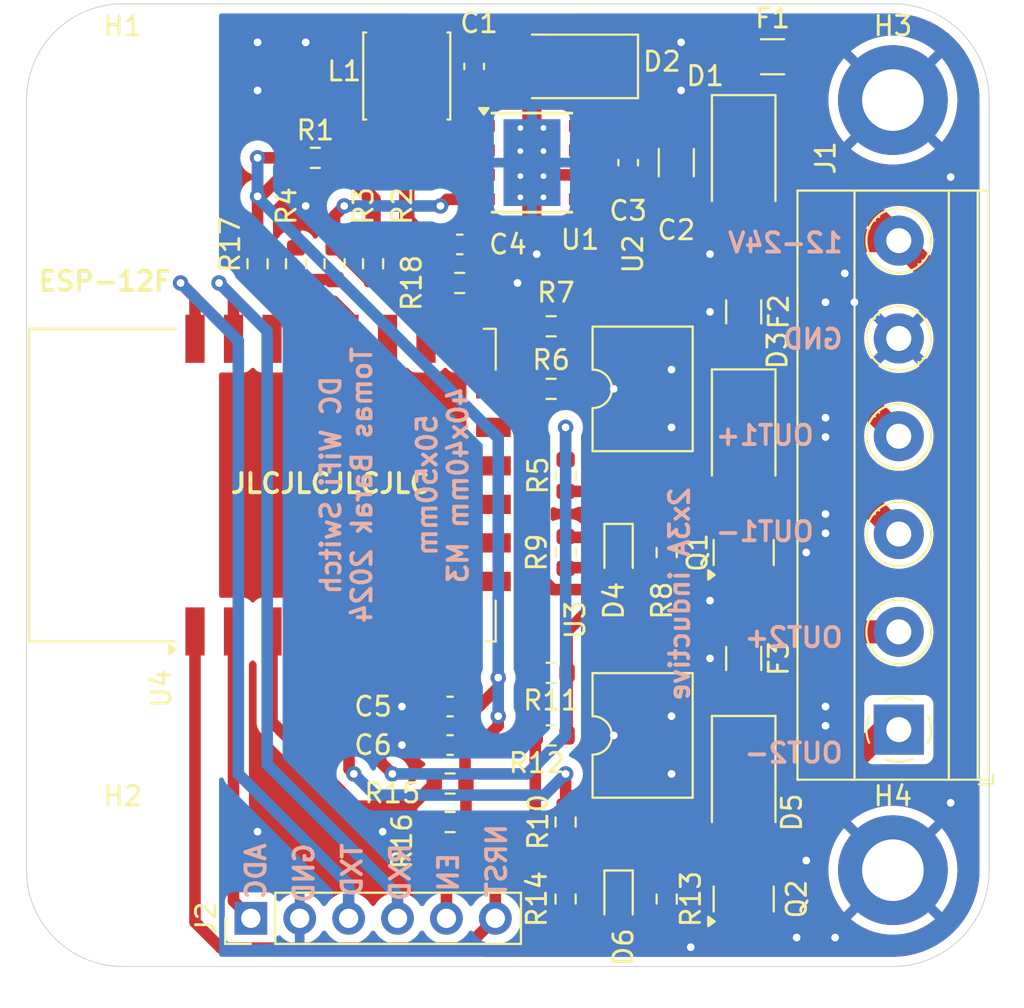
<source format=kicad_pcb>
(kicad_pcb (version 20240108) (generator "pcbnew") (generator_version "8.0")
  (layers (0 "F.Cu" signal) (31 "B.Cu" signal) (34 "B.Paste" user) (35 "F.Paste" user) (36 "B.SilkS" user "B.Silkscreen") (37 "F.SilkS" user "F.Silkscreen") (38 "B.Mask" user) (39 "F.Mask" user) (44 "Edge.Cuts" user))
  (net 0 "")
  (net 1 "Net-(U1-BOOT)")
  (net 2 "Net-(D2-K)")
  (net 3 "GND")
  (net 4 "+3V3")
  (net 5 "Net-(D4-A)")
  (net 6 "Net-(D1-K)")
  (net 7 "TXD")
  (net 8 "EN")
  (net 9 "RXD")
  (net 10 "NRST")
  (net 11 "Net-(Q1-G)")
  (net 12 "Net-(Q2-G)")
  (net 13 "Net-(D6-A)")
  (net 14 "Net-(U1-VSENSE)")
  (net 15 "Net-(R3-Pad1)")
  (net 16 "Net-(R6-Pad1)")
  (net 17 "Net-(R5-Pad1)")
  (net 18 "CTRL1")
  (net 19 "Net-(R10-Pad1)")
  (net 20 "CTRL2")
  (net 21 "Net-(R11-Pad1)")
  (net 22 "Net-(U4-GPIO0)")
  (net 23 "Net-(U4-GPIO15)")
  (net 35 "Net-(C4-Pad1)")
  (net 36 "PWR_INPUT")
  (net 37 "OUT1_N")
  (net 38 "OUT1_P")
  (net 39 "OUT2_N")
  (net 40 "OUT2_P")
  (net 44 "ADC")
  (footprint "Diode_SMD:D_0603_1608Metric" (layer "F.Cu") (at 120.75 68.5 -90)
    (property "Reference" "D4" (at 2.5 0.25 90) (layer "F.SilkS"))
    (property "Value" "RED")
    (pad "1" smd roundrect (at -0.7875 0 270) (size 0.875 0.95) (layers "F.Cu" "F.Paste" "F.Mask") (net 3 "GND"))
    (pad "2" smd roundrect (at 0.7875 0 270) (size 0.875 0.95) (layers "F.Cu" "F.Paste" "F.Mask") (net 5 "Net-(D4-A)"))
  )
  (footprint "Resistor_SMD:R_0603_1608Metric" (layer "F.Cu") (at 102 53.5 90)
    (property "Reference" "R17" (at 1 -1.43 90) (layer "F.SilkS"))
    (property "Value" "10k")
    (pad "1" smd roundrect (at -0.825 0 90) (size 0.8 0.95) (layers "F.Cu" "F.Paste" "F.Mask") (net 22 "Net-(U4-GPIO0)"))
    (pad "2" smd roundrect (at 0.825 0 90) (size 0.8 0.95) (layers "F.Cu" "F.Paste" "F.Mask") (net 4 "+3V3"))
  )
  (footprint "MountingHole:MountingHole_3.2mm_M3_ISO7380_Pad" (layer "F.Cu") (at 135 45)
    (property "Reference" "H3" (at 0 -3.85 0) (layer "F.SilkS"))
    (property "Value" "MH")
    (pad "1" thru_hole circle (at 0 0) (size 5.7 5.7) (drill 3.2) (layers "*.Cu" "*.Mask") (net 3 "GND"))
  )
  (footprint "MountingHole:MountingHole_3.2mm_M3_ISO7380_Pad" (layer "F.Cu") (at 135 85)
    (property "Reference" "H4" (at 0 -3.85 0) (layer "F.SilkS"))
    (property "Value" "MH")
    (pad "1" thru_hole circle (at 0 0) (size 5.7 5.7) (drill 3.2) (layers "*.Cu" "*.Mask") (net 3 "GND"))
  )
  (footprint "Package_SO:TI_SO-PowerPAD-8_ThermalVias" (layer "F.Cu") (at 116.25 48.25)
    (property "Reference" "U1" (at 2.5 4 0) (layer "F.SilkS"))
    (property "Value" "TPS5430DDA")
    (pad "1" smd rect (at -2.7 -1.905) (size 1.55 0.6) (layers "F.Cu" "F.Paste" "F.Mask") (net 1 "Net-(U1-BOOT)"))
    (pad "2" smd rect (at -2.7 -0.635) (size 1.55 0.6) (layers "F.Cu" "F.Paste" "F.Mask"))
    (pad "3" smd rect (at -2.7 0.635) (size 1.55 0.6) (layers "F.Cu" "F.Paste" "F.Mask"))
    (pad "4" smd rect (at -2.7 1.905) (size 1.55 0.6) (layers "F.Cu" "F.Paste" "F.Mask") (net 14 "Net-(U1-VSENSE)"))
    (pad "5" smd rect (at 2.7 1.905) (size 1.55 0.6) (layers "F.Cu" "F.Paste" "F.Mask"))
    (pad "6" smd rect (at 2.7 0.635) (size 1.55 0.6) (layers "F.Cu" "F.Paste" "F.Mask") (net 3 "GND"))
    (pad "7" smd rect (at 2.7 -0.635) (size 1.55 0.6) (layers "F.Cu" "F.Paste" "F.Mask") (net 6 "Net-(D1-K)"))
    (pad "8" smd rect (at 2.7 -1.905) (size 1.55 0.6) (layers "F.Cu" "F.Paste" "F.Mask") (net 2 "Net-(D2-K)"))
    (pad "9" thru_hole circle (at -0.6 -1.8) (size 0.6 0.6) (drill 0.3) (layers "*.Cu") (net 3 "GND"))
    (pad "9" thru_hole circle (at -0.6 -0.6) (size 0.6 0.6) (drill 0.3) (layers "*.Cu") (net 3 "GND"))
    (pad "9" thru_hole circle (at -0.6 0.7) (size 0.6 0.6) (drill 0.3) (layers "*.Cu") (net 3 "GND"))
    (pad "9" thru_hole circle (at -0.6 1.8) (size 0.6 0.6) (drill 0.3) (layers "*.Cu") (net 3 "GND"))
    (pad "9" smd rect (at 0 0) (size 2.6 3.1) (layers "F.Cu" "F.Paste" "F.Mask") (net 3 "GND"))
    (pad "9" smd rect (at 0 0) (size 2.95 4.5) (layers "F.Cu") (net 3 "GND"))
    (pad "9" smd rect (at 0 0) (size 2.95 4.5) (layers "B.Cu") (net 3 "GND"))
    (pad "9" thru_hole circle (at 0.6 -1.8) (size 0.6 0.6) (drill 0.3) (layers "*.Cu") (net 3 "GND"))
    (pad "9" thru_hole circle (at 0.6 -0.6) (size 0.6 0.6) (drill 0.3) (layers "*.Cu") (net 3 "GND"))
    (pad "9" thru_hole circle (at 0.6 0.7) (size 0.6 0.6) (drill 0.3) (layers "*.Cu") (net 3 "GND"))
    (pad "9" thru_hole circle (at 0.6 1.8) (size 0.6 0.6) (drill 0.3) (layers "*.Cu") (net 3 "GND"))
  )
  (footprint "Resistor_SMD:R_0603_1608Metric" (layer "F.Cu") (at 123.25 68.5 90)
    (property "Reference" "R8" (at -2.5 -0.25 -90) (layer "F.SilkS"))
    (property "Value" "820R")
    (pad "1" smd roundrect (at -0.825 0 90) (size 0.8 0.95) (layers "F.Cu" "F.Paste" "F.Mask") (net 11 "Net-(Q1-G)"))
    (pad "2" smd roundrect (at 0.825 0 90) (size 0.8 0.95) (layers "F.Cu" "F.Paste" "F.Mask") (net 5 "Net-(D4-A)"))
  )
  (footprint "MountingHole:MountingHole_3.2mm_M3_ISO7380" (layer "F.Cu") (at 95 45)
    (property "Reference" "H1" (at 0 -3.85 0) (layer "F.SilkS"))
    (property "Value" "MH")
    (pad "" np_thru_hole circle (at 0 0) (size 3.2 3.2) (drill 3.2) (layers "*.Cu" "*.Mask"))
  )
  (footprint "Inductor_SMD:L_Sunlord_SWPA4030S" (layer "F.Cu") (at 109.75 43.75 -90)
    (property "Reference" "L1" (at -0.25 3.25 180) (layer "F.SilkS"))
    (property "Value" "22uH")
    (pad "1" smd rect (at -1.5 0 270) (size 1.1 3.7) (layers "F.Cu" "F.Paste" "F.Mask") (net 2 "Net-(D2-K)"))
    (pad "2" smd rect (at 1.5 0 270) (size 1.1 3.7) (layers "F.Cu" "F.Paste" "F.Mask") (net 35 "Net-(C4-Pad1)"))
  )
  (footprint "Diode_SMD:D_0603_1608Metric" (layer "F.Cu") (at 120.75 86.5 -90)
    (property "Reference" "D6" (at 2.5 -0.25 90) (layer "F.SilkS"))
    (property "Value" "RED")
    (pad "1" smd roundrect (at -0.7875 0 270) (size 0.875 0.95) (layers "F.Cu" "F.Paste" "F.Mask") (net 3 "GND"))
    (pad "2" smd roundrect (at 0.7875 0 270) (size 0.875 0.95) (layers "F.Cu" "F.Paste" "F.Mask") (net 13 "Net-(D6-A)"))
  )
  (footprint "Diode_SMD:D_SMA" (layer "F.Cu") (at 127.25 80.5 -90)
    (property "Reference" "D5" (at 1.5 -2.5 90) (layer "F.SilkS"))
    (property "Value" "SS34")
    (pad "1" smd roundrect (at -2 0 270) (size 2.5 1.8) (layers "F.Cu" "F.Paste" "F.Mask") (roundrect_rratio 0.1388888889) (net 40 "OUT2_P"))
    (pad "2" smd roundrect (at 2 0 270) (size 2.5 1.8) (layers "F.Cu" "F.Paste" "F.Mask") (roundrect_rratio 0.1388888889) (net 39 "OUT2_N"))
  )
  (footprint "Package_DIP:SMDIP-4_W9.53mm" (layer "F.Cu") (at 122 78 90)
    (property "Reference" "U3" (at 6 -3.5 90) (layer "F.SilkS"))
    (property "Value" "EL817")
    (pad "1" smd rect (at -4.765 -1.27 90) (size 2 1.78) (layers "F.Cu" "F.Paste" "F.Mask") (net 19 "Net-(R10-Pad1)"))
    (pad "2" smd rect (at -4.765 1.27 90) (size 2 1.78) (layers "F.Cu" "F.Paste" "F.Mask") (net 3 "GND"))
    (pad "3" smd rect (at 4.765 1.27 90) (size 2 1.78) (layers "F.Cu" "F.Paste" "F.Mask") (net 21 "Net-(R11-Pad1)"))
    (pad "4" smd rect (at 4.765 -1.27 90) (size 2 1.78) (layers "F.Cu" "F.Paste" "F.Mask") (net 40 "OUT2_P"))
  )
  (footprint "MountingHole:MountingHole_3.2mm_M3_ISO7380" (layer "F.Cu") (at 95 85)
    (property "Reference" "H2" (at 0 -3.85 0) (layer "F.SilkS"))
    (property "Value" "MH")
    (pad "" np_thru_hole circle (at 0 0) (size 3.2 3.2) (drill 3.2) (layers "*.Cu" "*.Mask"))
  )
  (footprint "Resistor_SMD:R_0603_1608Metric" (layer "F.Cu") (at 118 68.5 -90)
    (property "Reference" "R9" (at 0 1.5 90) (layer "F.SilkS"))
    (property "Value" "5k6")
    (pad "1" smd roundrect (at -0.825 0 270) (size 0.8 0.95) (layers "F.Cu" "F.Paste" "F.Mask") (net 3 "GND"))
    (pad "2" smd roundrect (at 0.825 0 270) (size 0.8 0.95) (layers "F.Cu" "F.Paste" "F.Mask") (net 5 "Net-(D4-A)"))
  )
  (footprint "Fuse:Fuse_1206_3216Metric" (layer "F.Cu") (at 127.25 74 -90)
    (property "Reference" "F3" (at 0 -1.82 90) (layer "F.SilkS"))
    (property "Value" "Fuse")
    (pad "1" smd roundrect (at -1.4 0 270) (size 1.25 1.75) (layers "F.Cu" "F.Paste" "F.Mask") (roundrect_rratio 0.2) (net 36 "PWR_INPUT"))
    (pad "2" smd roundrect (at 1.4 0 270) (size 1.25 1.75) (layers "F.Cu" "F.Paste" "F.Mask") (roundrect_rratio 0.2) (net 40 "OUT2_P"))
  )
  (footprint "TerminalBlock_Phoenix:TerminalBlock_Phoenix_MKDS-1,5-6-5.08_1x06_P5.08mm_Horizontal" (layer "F.Cu") (at 135.305 77.7 90)
    (property "Reference" "J1" (at 29.7 -3.805 90) (layer "F.SilkS"))
    (property "Value" "Screw_Terminal_01x06")
    (pad "1" thru_hole rect (at 0 0 90) (size 2.6 2.6) (drill 1.3) (layers "*.Cu" "*.Mask") (net 39 "OUT2_N"))
    (pad "2" thru_hole circle (at 5.08 0 90) (size 2.6 2.6) (drill 1.3) (layers "*.Cu" "*.Mask") (net 40 "OUT2_P"))
    (pad "3" thru_hole circle (at 10.16 0 90) (size 2.6 2.6) (drill 1.3) (layers "*.Cu" "*.Mask") (net 37 "OUT1_N"))
    (pad "4" thru_hole circle (at 15.24 0 90) (size 2.6 2.6) (drill 1.3) (layers "*.Cu" "*.Mask") (net 38 "OUT1_P"))
    (pad "5" thru_hole circle (at 20.32 0 90) (size 2.6 2.6) (drill 1.3) (layers "*.Cu" "*.Mask") (net 3 "GND"))
    (pad "6" thru_hole circle (at 25.4 0 90) (size 2.6 2.6) (drill 1.3) (layers "*.Cu" "*.Mask") (net 36 "PWR_INPUT"))
  )
  (footprint "Resistor_SMD:R_0603_1608Metric" (layer "F.Cu") (at 117.25 60 180)
    (property "Reference" "R6" (at 0 1.5 0) (layer "F.SilkS"))
    (property "Value" "2k7")
    (pad "1" smd roundrect (at -0.825 0 180) (size 0.8 0.95) (layers "F.Cu" "F.Paste" "F.Mask") (net 16 "Net-(R6-Pad1)"))
    (pad "2" smd roundrect (at 0.825 0 180) (size 0.8 0.95) (layers "F.Cu" "F.Paste" "F.Mask") (net 11 "Net-(Q1-G)"))
  )
  (footprint "Resistor_SMD:R_0603_1608Metric" (layer "F.Cu") (at 118 82.5 90)
    (property "Reference" "R10" (at 0 -1.43 90) (layer "F.SilkS"))
    (property "Value" "120R")
    (pad "1" smd roundrect (at -0.825 0 90) (size 0.8 0.95) (layers "F.Cu" "F.Paste" "F.Mask") (net 19 "Net-(R10-Pad1)"))
    (pad "2" smd roundrect (at 0.825 0 90) (size 0.8 0.95) (layers "F.Cu" "F.Paste" "F.Mask") (net 20 "CTRL2"))
  )
  (footprint "RF_Module:ESP-12E" (layer "F.Cu") (at 102.25 65 90)
    (property "Reference" "U4" (at -10.56 -5.26 90) (layer "F.SilkS"))
    (property "Value" "ESP-12F")
    (pad "1" smd rect (at -7.6 -3.5 90) (size 2.5 1) (layers "F.Cu" "F.Paste" "F.Mask") (net 10 "NRST"))
    (pad "2" smd rect (at -7.6 -1.5 90) (size 2.5 1) (layers "F.Cu" "F.Paste" "F.Mask") (net 44 "ADC"))
    (pad "3" smd rect (at -7.6 0.5 90) (size 2.5 1) (layers "F.Cu" "F.Paste" "F.Mask") (net 8 "EN"))
    (pad "4" smd rect (at -7.6 2.5 90) (size 2.5 1) (layers "F.Cu" "F.Paste" "F.Mask"))
    (pad "5" smd rect (at -7.6 4.5 90) (size 2.5 1) (layers "F.Cu" "F.Paste" "F.Mask") (net 20 "CTRL2"))
    (pad "6" smd rect (at -7.6 6.5 90) (size 2.5 1) (layers "F.Cu" "F.Paste" "F.Mask") (net 18 "CTRL1"))
    (pad "7" smd rect (at -7.6 8.5 90) (size 2.5 1) (layers "F.Cu" "F.Paste" "F.Mask"))
    (pad "8" smd rect (at -7.6 10.5 90) (size 2.5 1) (layers "F.Cu" "F.Paste" "F.Mask") (net 4 "+3V3"))
    (pad "9" smd rect (at -5 12 90) (size 1 1.8) (layers "F.Cu" "F.Paste" "F.Mask"))
    (pad "10" smd rect (at -3 12 90) (size 1 1.8) (layers "F.Cu" "F.Paste" "F.Mask"))
    (pad "11" smd rect (at -1 12 90) (size 1 1.8) (layers "F.Cu" "F.Paste" "F.Mask"))
    (pad "12" smd rect (at 1 12 90) (size 1 1.8) (layers "F.Cu" "F.Paste" "F.Mask"))
    (pad "13" smd rect (at 3 12 90) (size 1 1.8) (layers "F.Cu" "F.Paste" "F.Mask"))
    (pad "14" smd rect (at 5 12 90) (size 1 1.8) (layers "F.Cu" "F.Paste" "F.Mask"))
    (pad "15" smd rect (at 7.6 10.5 90) (size 2.5 1) (layers "F.Cu" "F.Paste" "F.Mask") (net 3 "GND"))
    (pad "16" smd rect (at 7.6 8.5 90) (size 2.5 1) (layers "F.Cu" "F.Paste" "F.Mask") (net 23 "Net-(U4-GPIO15)"))
    (pad "17" smd rect (at 7.6 6.5 90) (size 2.5 1) (layers "F.Cu" "F.Paste" "F.Mask"))
    (pad "18" smd rect (at 7.6 4.5 90) (size 2.5 1) (layers "F.Cu" "F.Paste" "F.Mask") (net 22 "Net-(U4-GPIO0)"))
    (pad "19" smd rect (at 7.6 2.5 90) (size 2.5 1) (layers "F.Cu" "F.Paste" "F.Mask"))
    (pad "20" smd rect (at 7.6 0.5 90) (size 2.5 1) (layers "F.Cu" "F.Paste" "F.Mask"))
    (pad "21" smd rect (at 7.6 -1.5 90) (size 2.5 1) (layers "F.Cu" "F.Paste" "F.Mask") (net 9 "RXD"))
    (pad "22" smd rect (at 7.6 -3.5 90) (size 2.5 1) (layers "F.Cu" "F.Paste" "F.Mask") (net 7 "TXD"))
    (zone (net 0) (net_name "") (layers "*.Cu") (connect_pads (clearance 0)) (min_thickness 0.254)
      (keepout (tracks not_allowed) (vias not_allowed) (pads not_allowed) (copperpour not_allowed) (footprints not_allowed))
      (fill (thermal_gap 0.508) (thermal_bridge_width 0.508))
      (polygon (pts (xy 97.45 73.12) (xy 97.45 56.88) (xy 90.13 56.88) (xy 90.13 73.12)))
    )
  )
  (footprint "Capacitor_SMD:C_0603_1608Metric" (layer "F.Cu") (at 113.25 43.25 90)
    (property "Reference" "C1" (at 2.25 0.25 180) (layer "F.SilkS"))
    (property "Value" "10nF")
    (pad "1" smd roundrect (at -0.775 0 90) (size 0.9 0.95) (layers "F.Cu" "F.Paste" "F.Mask") (net 1 "Net-(U1-BOOT)"))
    (pad "2" smd roundrect (at 0.775 0 90) (size 0.9 0.95) (layers "F.Cu" "F.Paste" "F.Mask") (net 2 "Net-(D2-K)"))
  )
  (footprint "Resistor_SMD:R_0603_1608Metric" (layer "F.Cu") (at 117.25 56.75 180)
    (property "Reference" "R7" (at -0.25 1.75 0) (layer "F.SilkS"))
    (property "Value" "2k7")
    (pad "1" smd roundrect (at -0.825 0 180) (size 0.8 0.95) (layers "F.Cu" "F.Paste" "F.Mask") (net 16 "Net-(R6-Pad1)"))
    (pad "2" smd roundrect (at 0.825 0 180) (size 0.8 0.95) (layers "F.Cu" "F.Paste" "F.Mask") (net 11 "Net-(Q1-G)"))
  )
  (footprint "Diode_SMD:D_SMA" (layer "F.Cu") (at 118.25 43.25 180)
    (property "Reference" "D2" (at -4.75 0.25 0) (layer "F.SilkS"))
    (property "Value" "SS34")
    (pad "1" smd roundrect (at -2 0 180) (size 2.5 1.8) (layers "F.Cu" "F.Paste" "F.Mask") (roundrect_rratio 0.1388888889) (net 2 "Net-(D2-K)"))
    (pad "2" smd roundrect (at 2 0 180) (size 2.5 1.8) (layers "F.Cu" "F.Paste" "F.Mask") (roundrect_rratio 0.1388888889) (net 3 "GND"))
  )
  (footprint "Fuse:Fuse_1206_3216Metric" (layer "F.Cu") (at 128.75 42.75 180)
    (property "Reference" "F1" (at 0 2 0) (layer "F.SilkS"))
    (property "Value" "Fuse")
    (pad "1" smd roundrect (at -1.4 0 180) (size 1.25 1.75) (layers "F.Cu" "F.Paste" "F.Mask") (roundrect_rratio 0.2) (net 36 "PWR_INPUT"))
    (pad "2" smd roundrect (at 1.4 0 180) (size 1.25 1.75) (layers "F.Cu" "F.Paste" "F.Mask") (roundrect_rratio 0.2) (net 6 "Net-(D1-K)"))
  )
  (footprint "Resistor_SMD:R_0603_1608Metric" (layer "F.Cu") (at 105 48)
    (property "Reference" "R1" (at 0 -1.43 0) (layer "F.SilkS"))
    (property "Value" "0R")
    (pad "1" smd roundrect (at -0.825 0) (size 0.8 0.95) (layers "F.Cu" "F.Paste" "F.Mask") (net 4 "+3V3"))
    (pad "2" smd roundrect (at 0.825 0) (size 0.8 0.95) (layers "F.Cu" "F.Paste" "F.Mask") (net 35 "Net-(C4-Pad1)"))
  )
  (footprint "Resistor_SMD:R_0603_1608Metric" (layer "F.Cu") (at 118 86.5 -90)
    (property "Reference" "R14" (at 0 1.5 90) (layer "F.SilkS"))
    (property "Value" "5k6")
    (pad "1" smd roundrect (at -0.825 0 270) (size 0.8 0.95) (layers "F.Cu" "F.Paste" "F.Mask") (net 3 "GND"))
    (pad "2" smd roundrect (at 0.825 0 270) (size 0.8 0.95) (layers "F.Cu" "F.Paste" "F.Mask") (net 13 "Net-(D6-A)"))
  )
  (footprint "Resistor_SMD:R_0603_1608Metric" (layer "F.Cu") (at 112 82.5)
    (property "Reference" "R16" (at -2.5 1 90) (layer "F.SilkS"))
    (property "Value" "10k")
    (pad "1" smd roundrect (at -0.825 0) (size 0.8 0.95) (layers "F.Cu" "F.Paste" "F.Mask") (net 10 "NRST"))
    (pad "2" smd roundrect (at 0.825 0) (size 0.8 0.95) (layers "F.Cu" "F.Paste" "F.Mask") (net 4 "+3V3"))
  )
  (footprint "Package_DIP:SMDIP-4_W9.53mm" (layer "F.Cu") (at 122 60 90)
    (property "Reference" "U2" (at 7 -0.5 90) (layer "F.SilkS"))
    (property "Value" "EL817")
    (pad "1" smd rect (at -4.765 -1.27 90) (size 2 1.78) (layers "F.Cu" "F.Paste" "F.Mask") (net 17 "Net-(R5-Pad1)"))
    (pad "2" smd rect (at -4.765 1.27 90) (size 2 1.78) (layers "F.Cu" "F.Paste" "F.Mask") (net 3 "GND"))
    (pad "3" smd rect (at 4.765 1.27 90) (size 2 1.78) (layers "F.Cu" "F.Paste" "F.Mask") (net 16 "Net-(R6-Pad1)"))
    (pad "4" smd rect (at 4.765 -1.27 90) (size 2 1.78) (layers "F.Cu" "F.Paste" "F.Mask") (net 38 "OUT1_P"))
  )
  (footprint "Resistor_SMD:R_0603_1608Metric" (layer "F.Cu") (at 112 80.5)
    (property "Reference" "R15" (at -3 0.5 0) (layer "F.SilkS"))
    (property "Value" "10k")
    (pad "1" smd roundrect (at -0.825 0) (size 0.8 0.95) (layers "F.Cu" "F.Paste" "F.Mask") (net 8 "EN"))
    (pad "2" smd roundrect (at 0.825 0) (size 0.8 0.95) (layers "F.Cu" "F.Paste" "F.Mask") (net 4 "+3V3"))
  )
  (footprint "Resistor_SMD:R_0603_1608Metric" (layer "F.Cu") (at 106 53.5 90)
    (property "Reference" "R3" (at 3 1.5 90) (layer "F.SilkS"))
    (property "Value" "5k6")
    (pad "1" smd roundrect (at -0.825 0 90) (size 0.8 0.95) (layers "F.Cu" "F.Paste" "F.Mask") (net 15 "Net-(R3-Pad1)"))
    (pad "2" smd roundrect (at 0.825 0 90) (size 0.8 0.95) (layers "F.Cu" "F.Paste" "F.Mask") (net 14 "Net-(U1-VSENSE)"))
  )
  (footprint "Resistor_SMD:R_0603_1608Metric" (layer "F.Cu") (at 118 64.5 90)
    (property "Reference" "R5" (at 0 -1.43 90) (layer "F.SilkS"))
    (property "Value" "120R")
    (pad "1" smd roundrect (at -0.825 0 90) (size 0.8 0.95) (layers "F.Cu" "F.Paste" "F.Mask") (net 17 "Net-(R5-Pad1)"))
    (pad "2" smd roundrect (at 0.825 0 90) (size 0.8 0.95) (layers "F.Cu" "F.Paste" "F.Mask") (net 18 "CTRL1"))
  )
  (footprint "Package_TO_SOT_SMD:SOT-23" (layer "F.Cu") (at 127.25 86.5 90)
    (property "Reference" "Q2" (at 0 2.75 90) (layer "F.SilkS"))
    (property "Value" "AO3400A")
    (pad "1" smd roundrect (at -0.9375 -0.95 90) (size 1.475 0.6) (layers "F.Cu" "F.Paste" "F.Mask") (net 12 "Net-(Q2-G)"))
    (pad "2" smd roundrect (at -0.9375 0.95 90) (size 1.475 0.6) (layers "F.Cu" "F.Paste" "F.Mask") (net 3 "GND"))
    (pad "3" smd roundrect (at 0.9375 0 90) (size 1.475 0.6) (layers "F.Cu" "F.Paste" "F.Mask") (net 39 "OUT2_N"))
  )
  (footprint "Resistor_SMD:R_0603_1608Metric" (layer "F.Cu") (at 108 53.5 90)
    (property "Reference" "R2" (at 3 1.5 90) (layer "F.SilkS"))
    (property "Value" "10k")
    (pad "1" smd roundrect (at -0.825 0 90) (size 0.8 0.95) (layers "F.Cu" "F.Paste" "F.Mask") (net 14 "Net-(U1-VSENSE)"))
    (pad "2" smd roundrect (at 0.825 0 90) (size 0.8 0.95) (layers "F.Cu" "F.Paste" "F.Mask") (net 35 "Net-(C4-Pad1)"))
  )
  (footprint "Connector_PinHeader_2.54mm:PinHeader_1x06_P2.54mm_Vertical" (layer "F.Cu") (at 101.65 87.5 90)
    (property "Reference" "J2" (at 0 -2.33 90) (layer "F.SilkS"))
    (property "Value" "Conn_01x06")
    (pad "1" thru_hole rect (at 0 0 90) (size 1.7 1.7) (drill 1) (layers "*.Cu" "*.Mask") (net 44 "ADC"))
    (pad "2" thru_hole oval (at 0 2.54 90) (size 1.7 1.7) (drill 1) (layers "*.Cu" "*.Mask") (net 3 "GND"))
    (pad "3" thru_hole oval (at 0 5.08 90) (size 1.7 1.7) (drill 1) (layers "*.Cu" "*.Mask") (net 7 "TXD"))
    (pad "4" thru_hole oval (at 0 7.62 90) (size 1.7 1.7) (drill 1) (layers "*.Cu" "*.Mask") (net 9 "RXD"))
    (pad "5" thru_hole oval (at 0 10.16 90) (size 1.7 1.7) (drill 1) (layers "*.Cu" "*.Mask") (net 8 "EN"))
    (pad "6" thru_hole oval (at 0 12.7 90) (size 1.7 1.7) (drill 1) (layers "*.Cu" "*.Mask") (net 10 "NRST"))
  )
  (footprint "Capacitor_SMD:C_0603_1608Metric" (layer "F.Cu") (at 121.25 48.25 -90)
    (property "Reference" "C3" (at 2.5 0 180) (layer "F.SilkS"))
    (property "Value" "100nF")
    (pad "1" smd roundrect (at -0.775 0 270) (size 0.9 0.95) (layers "F.Cu" "F.Paste" "F.Mask") (net 6 "Net-(D1-K)"))
    (pad "2" smd roundrect (at 0.775 0 270) (size 0.9 0.95) (layers "F.Cu" "F.Paste" "F.Mask") (net 3 "GND"))
  )
  (footprint "Capacitor_SMD:C_0603_1608Metric" (layer "F.Cu") (at 112.5 52.5)
    (property "Reference" "C4" (at 2.5 0 0) (layer "F.SilkS"))
    (property "Value" "22uF")
    (pad "1" smd roundrect (at -0.775 0) (size 0.9 0.95) (layers "F.Cu" "F.Paste" "F.Mask") (net 35 "Net-(C4-Pad1)"))
    (pad "2" smd roundrect (at 0.775 0) (size 0.9 0.95) (layers "F.Cu" "F.Paste" "F.Mask") (net 3 "GND"))
  )
  (footprint "Resistor_SMD:R_0603_1608Metric" (layer "F.Cu") (at 123.25 86.5 90)
    (property "Reference" "R13" (at 0 1.25 90) (layer "F.SilkS"))
    (property "Value" "820R")
    (pad "1" smd roundrect (at -0.825 0 90) (size 0.8 0.95) (layers "F.Cu" "F.Paste" "F.Mask") (net 12 "Net-(Q2-G)"))
    (pad "2" smd roundrect (at 0.825 0 90) (size 0.8 0.95) (layers "F.Cu" "F.Paste" "F.Mask") (net 13 "Net-(D6-A)"))
  )
  (footprint "Diode_SMD:D_SMA" (layer "F.Cu") (at 127.25 62.5 -90)
    (property "Reference" "D3" (at -4.5 -1.75 90) (layer "F.SilkS"))
    (property "Value" "SS34")
    (pad "1" smd roundrect (at -2 0 270) (size 2.5 1.8) (layers "F.Cu" "F.Paste" "F.Mask") (roundrect_rratio 0.1388888889) (net 38 "OUT1_P"))
    (pad "2" smd roundrect (at 2 0 270) (size 2.5 1.8) (layers "F.Cu" "F.Paste" "F.Mask") (roundrect_rratio 0.1388888889) (net 37 "OUT1_N"))
  )
  (footprint "Package_TO_SOT_SMD:SOT-23" (layer "F.Cu") (at 127.25 68.5 90)
    (property "Reference" "Q1" (at 0 -2.4 90) (layer "F.SilkS"))
    (property "Value" "AO3400A")
    (pad "1" smd roundrect (at -0.9375 -0.95 90) (size 1.475 0.6) (layers "F.Cu" "F.Paste" "F.Mask") (net 11 "Net-(Q1-G)"))
    (pad "2" smd roundrect (at -0.9375 0.95 90) (size 1.475 0.6) (layers "F.Cu" "F.Paste" "F.Mask") (net 3 "GND"))
    (pad "3" smd roundrect (at 0.9375 0 90) (size 1.475 0.6) (layers "F.Cu" "F.Paste" "F.Mask") (net 37 "OUT1_N"))
  )
  (footprint "Diode_SMD:D_SMA" (layer "F.Cu") (at 127.25 48.25 -90)
    (property "Reference" "D1" (at -4.5 2 180) (layer "F.SilkS"))
    (property "Value" "SS34")
    (pad "1" smd roundrect (at -2 0 270) (size 2.5 1.8) (layers "F.Cu" "F.Paste" "F.Mask") (roundrect_rratio 0.1388888889) (net 6 "Net-(D1-K)"))
    (pad "2" smd roundrect (at 2 0 270) (size 2.5 1.8) (layers "F.Cu" "F.Paste" "F.Mask") (roundrect_rratio 0.1388888889) (net 3 "GND"))
  )
  (footprint "Capacitor_SMD:C_0603_1608Metric" (layer "F.Cu") (at 112 78.5)
    (property "Reference" "C6" (at -4 0 0) (layer "F.SilkS"))
    (property "Value" "22uF")
    (pad "1" smd roundrect (at -0.775 0) (size 0.9 0.95) (layers "F.Cu" "F.Paste" "F.Mask") (net 3 "GND"))
    (pad "2" smd roundrect (at 0.775 0) (size 0.9 0.95) (layers "F.Cu" "F.Paste" "F.Mask") (net 4 "+3V3"))
  )
  (footprint "Capacitor_SMD:C_1206_3216Metric" (layer "F.Cu") (at 123.75 48.25 -90)
    (property "Reference" "C2" (at 3.5 0 180) (layer "F.SilkS"))
    (property "Value" "10uF")
    (pad "1" smd roundrect (at -1.475 0 270) (size 1.15 1.8) (layers "F.Cu" "F.Paste" "F.Mask") (roundrect_rratio 0.217391) (net 6 "Net-(D1-K)"))
    (pad "2" smd roundrect (at 1.475 0 270) (size 1.15 1.8) (layers "F.Cu" "F.Paste" "F.Mask") (roundrect_rratio 0.217391) (net 3 "GND"))
  )
  (footprint "Resistor_SMD:R_0603_1608Metric" (layer "F.Cu") (at 117.25 78 180)
    (property "Reference" "R12" (at 0.75 -1.43 0) (layer "F.SilkS"))
    (property "Value" "2k7")
    (pad "1" smd roundrect (at -0.825 0 180) (size 0.8 0.95) (layers "F.Cu" "F.Paste" "F.Mask") (net 21 "Net-(R11-Pad1)"))
    (pad "2" smd roundrect (at 0.825 0 180) (size 0.8 0.95) (layers "F.Cu" "F.Paste" "F.Mask") (net 12 "Net-(Q2-G)"))
  )
  (footprint "Fuse:Fuse_1206_3216Metric" (layer "F.Cu") (at 127.25 56 -90)
    (property "Reference" "F2" (at 0 -1.82 90) (layer "F.SilkS"))
    (property "Value" "Fuse")
    (pad "1" smd roundrect (at -1.4 0 270) (size 1.25 1.75) (layers "F.Cu" "F.Paste" "F.Mask") (roundrect_rratio 0.2) (net 36 "PWR_INPUT"))
    (pad "2" smd roundrect (at 1.4 0 270) (size 1.25 1.75) (layers "F.Cu" "F.Paste" "F.Mask") (roundrect_rratio 0.2) (net 38 "OUT1_P"))
  )
  (footprint "Resistor_SMD:R_0603_1608Metric" (layer "F.Cu") (at 112.5 54.5 180)
    (property "Reference" "R18" (at 2.5 0 90) (layer "F.SilkS"))
    (property "Value" "10k")
    (pad "1" smd roundrect (at -0.825 0 180) (size 0.8 0.95) (layers "F.Cu" "F.Paste" "F.Mask") (net 3 "GND"))
    (pad "2" smd roundrect (at 0.825 0 180) (size 0.8 0.95) (layers "F.Cu" "F.Paste" "F.Mask") (net 23 "Net-(U4-GPIO15)"))
  )
  (footprint "Resistor_SMD:R_0603_1608Metric" (layer "F.Cu") (at 117.25 74.75 180)
    (property "Reference" "R11" (at 0 -1.43 0) (layer "F.SilkS"))
    (property "Value" "2k7")
    (pad "1" smd roundrect (at -0.825 0 180) (size 0.8 0.95) (layers "F.Cu" "F.Paste" "F.Mask") (net 21 "Net-(R11-Pad1)"))
    (pad "2" smd roundrect (at 0.825 0 180) (size 0.8 0.95) (layers "F.Cu" "F.Paste" "F.Mask") (net 12 "Net-(Q2-G)"))
  )
  (footprint "Resistor_SMD:R_0603_1608Metric" (layer "F.Cu") (at 104 53.5 -90)
    (property "Reference" "R4" (at -3 0.5 90) (layer "F.SilkS"))
    (property "Value" "270R")
    (pad "1" smd roundrect (at -0.825 0 270) (size 0.8 0.95) (layers "F.Cu" "F.Paste" "F.Mask") (net 3 "GND"))
    (pad "2" smd roundrect (at 0.825 0 270) (size 0.8 0.95) (layers "F.Cu" "F.Paste" "F.Mask") (net 15 "Net-(R3-Pad1)"))
  )
  (footprint "Capacitor_SMD:C_0603_1608Metric" (layer "F.Cu") (at 112 76.5)
    (property "Reference" "C5" (at -4 0 0) (layer "F.SilkS"))
    (property "Value" "100nF")
    (pad "1" smd roundrect (at -0.775 0) (size 0.9 0.95) (layers "F.Cu" "F.Paste" "F.Mask") (net 3 "GND"))
    (pad "2" smd roundrect (at 0.775 0) (size 0.9 0.95) (layers "F.Cu" "F.Paste" "F.Mask") (net 4 "+3V3"))
  )
  (gr_arc (start 135 40) (mid 138.535534 41.464466) (end 140 45) (stroke (width 0.05)) (layer "Edge.Cuts"))
  (gr_line (start 90 85) (end 90 45) (stroke (width 0.05)) (layer "Edge.Cuts"))
  (gr_arc (start 95 90) (mid 91.464466 88.535534) (end 90 85) (stroke (width 0.05)) (layer "Edge.Cuts"))
  (gr_line (start 95 40) (end 135 40) (stroke (width 0.05)) (layer "Edge.Cuts"))
  (gr_line (start 135 90) (end 95 90) (stroke (width 0.05)) (layer "Edge.Cuts"))
  (gr_arc (start 140 85) (mid 138.535534 88.535534) (end 135 90) (stroke (width 0.05)) (layer "Edge.Cuts"))
  (gr_line (start 140 45) (end 140 85) (stroke (width 0.05)) (layer "Edge.Cuts"))
  (gr_arc (start 90 45) (mid 91.464466 41.464466) (end 95 40) (stroke (width 0.05)) (layer "Edge.Cuts"))
  (gr_text "TXD" (at 107.5 83.5 90) (layer "B.SilkS") (effects (font (size 1 1) (thickness 0.2) (bold yes)) (justify left bottom mirror)))
  (gr_text "DC WiFi Switch\nTomas Barak 2024" (at 108 65 90) (layer "B.SilkS") (effects (font (size 1 1) (thickness 0.2) (bold yes)) (justify bottom mirror)))
  (gr_text "OUT2+" (at 132.5 73.5 0) (layer "B.SilkS") (effects (font (size 1 1) (thickness 0.2) (bold yes)) (justify left bottom mirror)))
  (gr_text "RXD" (at 110 83.5 90) (layer "B.SilkS") (effects (font (size 1 1) (thickness 0.2) (bold yes)) (justify left bottom mirror)))
  (gr_text "OUT1+" (at 131 63 0) (layer "B.SilkS") (effects (font (size 1 1) (thickness 0.2) (bold yes)) (justify left bottom mirror)))
  (gr_text "ADC" (at 102.5 83.5 90) (layer "B.SilkS") (effects (font (size 1 1) (thickness 0.2) (bold yes)) (justify left bottom mirror)))
  (gr_text "GND" (at 132.5 58 0) (layer "B.SilkS") (effects (font (size 1 1) (thickness 0.2) (bold yes)) (justify left bottom mirror)))
  (gr_text "GND" (at 105 83.5 90) (layer "B.SilkS") (effects (font (size 1 1) (thickness 0.2) (bold yes)) (justify left bottom mirror)))
  (gr_text "OUT1-" (at 131 68 0) (layer "B.SilkS") (effects (font (size 1 1) (thickness 0.2) (bold yes)) (justify left bottom mirror)))
  (gr_text "2x3A inductive" (at 124.5 65 90) (layer "B.SilkS") (effects (font (size 1 1) (thickness 0.2) (bold yes)) (justify left bottom mirror)))
  (gr_text "50x50mm\n40x40mm M3" (at 113 65 90) (layer "B.SilkS") (effects (font (size 1 1) (thickness 0.2) (bold yes)) (justify bottom mirror)))
  (gr_text "OUT2-" (at 132.5 79.5 0) (layer "B.SilkS") (effects (font (size 1 1) (thickness 0.2) (bold yes)) (justify left bottom mirror)))
  (gr_text "NRST" (at 115 82.5 90) (layer "B.SilkS") (effects (font (size 1 1) (thickness 0.2) (bold yes)) (justify left bottom mirror)))
  (gr_text "EN" (at 112.5 84 90) (layer "B.SilkS") (effects (font (size 1 1) (thickness 0.2) (bold yes)) (justify left bottom mirror)))
  (gr_text "12-24V" (at 132.5 53 0) (layer "B.SilkS") (effects (font (size 1 1) (thickness 0.2) (bold yes)) (justify left bottom mirror)))
  (gr_text "ESP-12F" (at 90.5 55 0) (layer "F.SilkS") (effects (font (size 1 1) (thickness 0.2) (bold yes)) (justify left bottom)))
  (gr_text "JLCJLCJLCJLC" (at 100.5 65.5 0) (layer "F.SilkS") (effects (font (size 1 1) (thickness 0.2) (bold yes)) (justify left bottom)))
  (segment (start 113.25 46.045) (end 113.55 46.345) (width 1) (layer "F.Cu") (net 1))
  (segment (start 113.25 44.025) (end 113.25 46.045) (width 1) (layer "F.Cu") (net 1))
  (segment (start 119.533274 43.25) (end 117.733274 41.45) (width 1) (layer "F.Cu") (net 2))
  (segment (start 117.733274 41.45) (end 113.25 41.45) (width 1) (layer "F.Cu") (net 2))
  (segment (start 120.25 43.25) (end 119.533274 43.25) (width 1) (layer "F.Cu") (net 2))
  (segment (start 113.25 41.45) (end 110.55 41.45) (width 1) (layer "F.Cu") (net 2))
  (segment (start 118.95 44.55) (end 120.25 43.25) (width 1) (layer "F.Cu") (net 2))
  (segment (start 113.25 42.475) (end 113.25 41.45) (width 1) (layer "F.Cu") (net 2))
  (segment (start 118.95 46.345) (end 118.95 44.55) (width 1) (layer "F.Cu") (net 2))
  (segment (start 110.55 41.45) (end 109.75 42.25) (width 1) (layer "F.Cu") (net 2))
  (segment (start 123.27 83.1925) (end 120.75 85.7125) (width 0.6) (layer "F.Cu") (net 3))
  (segment (start 111.225 78.5) (end 109.5 78.5) (width 0.6) (layer "F.Cu") (net 3))
  (segment (start 116.25 48.25) (end 116.25 52.75) (width 1) (layer "F.Cu") (net 3))
  (segment (start 123.27 82.765) (end 123.27 83.1925) (width 0.6) (layer "F.Cu") (net 3))
  (segment (start 111.225 78.5) (end 111.225 76.5) (width 0.6) (layer "F.Cu") (net 3))
  (segment (start 111.225 76.5) (end 109.5 76.5) (width 0.6) (layer "F.Cu") (net 3))
  (segment (start 112.75 57.4) (end 112.75 55.075) (width 0.6) (layer "F.Cu") (net 3))
  (segment (start 120.75 85.7125) (end 118.0375 85.7125) (width 0.6) (layer "F.Cu") (net 3))
  (segment (start 120.75 67.7125) (end 123.27 65.1925) (width 0.6) (layer "F.Cu") (net 3))
  (segment (start 116.25 43.25) (end 116.25 48.25) (width 1) (layer "F.Cu") (net 3))
  (segment (start 118.0375 85.7125) (end 118 85.675) (width 0.6) (layer "F.Cu") (net 3))
  (segment (start 120.75 67.7125) (end 118.0375 67.7125) (width 0.6) (layer "F.Cu") (net 3))
  (segment (start 112.75 55.075) (end 113.325 54.5) (width 0.6) (layer "F.Cu") (net 3))
  (segment (start 116.885 48.885) (end 116.25 48.25) (width 0.6) (layer "F.Cu") (net 3))
  (segment (start 116.25 52.75) (end 116.5 53) (width 1) (layer "F.Cu") (net 3))
  (segment (start 118.0375 67.7125) (end 118 67.675) (width 0.6) (layer "F.Cu") (net 3))
  (segment (start 118.95 48.885) (end 116.885 48.885) (width 0.6) (layer "F.Cu") (net 3))
  (segment (start 123.27 65.1925) (end 123.27 64.765) (width 0.6) (layer "F.Cu") (net 3))
  (via (at 131.5 62.5) (size 0.8) (drill 0.4) (layers "F.Cu" "B.Cu") (net 3))
  (via (at 138 81.5) (size 0.8) (drill 0.4) (layers "F.Cu" "B.Cu") (net 3))
  (via (at 131.5 76.5) (size 0.8) (drill 0.4) (layers "F.Cu" "B.Cu") (net 3))
  (via (at 130 88.5) (size 0.8) (drill 0.4) (layers "F.Cu" "B.Cu") (net 3))
  (via (at 115.5 54.5) (size 0.8) (drill 0.4) (layers "F.Cu" "B.Cu") (net 3))
  (via (at 102 83) (size 0.8) (drill 0.4) (layers "F.Cu" "B.Cu") (net 3))
  (via (at 120.5 78) (size 0.8) (drill 0.4) (layers "F.Cu" "B.Cu") (net 3))
  (via (at 104.5 42) (size 0.8) (drill 0.4) (layers "F.Cu" "B.Cu") (net 3))
  (via (at 138 49) (size 0.8) (drill 0.4) (layers "F.Cu" "B.Cu") (net 3))
  (via (at 131.5 66.5) (size 0.8) (drill 0.4) (layers "F.Cu" "B.Cu") (net 3))
  (via (at 124 44.5) (size 0.8) (drill 0.4) (layers "F.Cu" "B.Cu") (net 3))
  (via (at 123.5 80) (size 0.8) (drill 0.4) (layers "F.Cu" "B.Cu") (net 3))
  (via (at 130.5 68.5) (size 0.8) (drill 0.4) (layers "F.Cu" "B.Cu") (net 3))
  (via (at 133 55.5) (size 0.8) (drill 0.4) (layers "F.Cu" "B.Cu") (net 3))
  (via (at 116.5 53) (size 0.8) (drill 0.4) (layers "F.Cu" "B.Cu") (net 3))
  (via (at 108.5 83) (size 0.8) (drill 0.4) (layers "F.Cu" "B.Cu") (net 3))
  (via (at 131.5 77.5) (size 0.8) (drill 0.4) (layers "F.Cu" "B.Cu") (net 3))
  (via (at 131.5 67.5) (size 0.8) (drill 0.4) (layers "F.Cu" "B.Cu") (net 3))
  (via (at 120.5 60) (size 0.8) (drill 0.4) (layers "F.Cu" "B.Cu") (net 3))
  (via (at 124.5 89) (size 0.8) (drill 0.4) (layers "F.Cu" "B.Cu") (net 3))
  (via (at 109.5 78.5) (size 0.8) (drill 0.4) (layers "F.Cu" "B.Cu") (net 3))
  (via (at 104.5 50.5) (size 0.8) (drill 0.4) (layers "F.Cu" "B.Cu") (net 3))
  (via (at 125.5 56) (size 0.8) (drill 0.4) (layers "F.Cu" "B.Cu") (net 3))
  (via (at 123.5 59) (size 0.8) (drill 0.4) (layers "F.Cu" "B.Cu") (net 3))
  (via (at 132 88.5) (size 0.8) (drill 0.4) (layers "F.Cu" "B.Cu") (net 3))
  (via (at 125.5 74) (size 0.8) (drill 0.4) (layers "F.Cu" "B.Cu") (net 3))
  (via (at 102 44.5) (size 0.8) (drill 0.4) (layers "F.Cu" "B.Cu") (net 3))
  (via (at 123.5 62) (size 0.8) (drill 0.4) (layers "F.Cu" "B.Cu") (net 3))
  (via (at 125.5 71) (size 0.8) (drill 0.4) (layers "F.Cu" "B.Cu") (net 3))
  (via (at 132.5 54) (size 0.8) (drill 0.4) (layers "F.Cu" "B.Cu") (net 3))
  (via (at 131.5 55.5) (size 0.8) (drill 0.4) (layers "F.Cu" "B.Cu") (net 3))
  (via (at 124 42) (size 0.8) (drill 0.4) (layers "F.Cu" "B.Cu") (net 3))
  (via (at 109.5 76.5) (size 0.8) (drill 0.4) (layers "F.Cu" "B.Cu") (net 3))
  (via (at 102 42) (size 0.8) (drill 0.4) (layers "F.Cu" "B.Cu") (net 3))
  (via (at 130.5 84.5) (size 0.8) (drill 0.4) (layers "F.Cu" "B.Cu") (net 3))
  (via (at 125.5 53) (size 0.8) (drill 0.4) (layers "F.Cu" "B.Cu") (net 3))
  (via (at 131.5 61.5) (size 0.8) (drill 0.4) (layers "F.Cu" "B.Cu") (net 3))
  (via (at 123.5 77) (size 0.8) (drill 0.4) (layers "F.Cu" "B.Cu") (net 3))
  (segment (start 102.175 50) (end 102 50) (width 0.6) (layer "F.Cu") (net 4))
  (segment (start 112.825 80.5) (end 112.825 82.5) (width 0.6) (layer "F.Cu") (net 4))
  (segment (start 113.5 78.5) (end 112.775 78.5) (width 0.6) (layer "F.Cu") (net 4))
  (segment (start 102 50.175) (end 102 50.175) (width 0.6) (layer "F.Cu") (net 4))
  (segment (start 112.775 76.5) (end 112.775 78.5) (width 0.6) (layer "F.Cu") (net 4))
  (segment (start 114.5 77) (end 114.5 77.5) (width 0.6) (layer "F.Cu") (net 4))
  (segment (start 114.5 75.5) (end 114.5 75) (width 0.6) (layer "F.Cu") (net 4))
  (segment (start 112.775 76.5) (end 113.5 76.5) (width 0.6) (layer "F.Cu") (net 4))
  (segment (start 102 50.175) (end 102 52.675) (width 0.6) (layer "F.Cu") (net 4))
  (segment (start 104.175 48) (end 102.175 50) (width 0.6) (layer "F.Cu") (net 4))
  (segment (start 112.775 80.45) (end 112.825 80.5) (width 0.6) (layer "F.Cu") (net 4))
  (segment (start 104.175 48) (end 102 48) (width 0.6) (layer "F.Cu") (net 4))
  (segment (start 112.775 78.5) (end 112.775 80.45) (width 0.6) (layer "F.Cu") (net 4))
  (segment (start 102 50) (end 102 50.175) (width 0.6) (layer "F.Cu") (net 4))
  (segment (start 112.75 76.475) (end 112.775 76.5) (width 0.6) (layer "F.Cu") (net 4))
  (segment (start 113.5 76.5) (end 114.5 75.5) (width 0.6) (layer "F.Cu") (net 4))
  (segment (start 114.5 77.5) (end 113.5 78.5) (width 0.6) (layer "F.Cu") (net 4))
  (segment (start 112.75 72.6) (end 112.75 76.475) (width 0.6) (layer "F.Cu") (net 4))
  (via (at 102 50) (size 0.8) (drill 0.4) (layers "F.Cu" "B.Cu") (net 4))
  (via (at 114.5 77) (size 0.8) (drill 0.4) (layers "F.Cu" "B.Cu") (net 4))
  (via (at 114.5 75) (size 0.8) (drill 0.4) (layers "F.Cu" "B.Cu") (net 4))
  (via (at 102 48) (size 0.8) (drill 0.4) (layers "F.Cu" "B.Cu") (net 4))
  (segment (start 102 49.5) (end 102 50) (width 0.6) (layer "B.Cu") (net 4))
  (segment (start 102 48) (end 102 49.5) (width 0.6) (layer "B.Cu") (net 4))
  (segment (start 102 48) (end 102 50.055635) (width 0.6) (layer "B.Cu") (net 4))
  (segment (start 102 50.055635) (end 114.5 62.555635) (width 0.6) (layer "B.Cu") (net 4))
  (segment (start 102 49.5) (end 102 50.055635) (width 0.6) (layer "B.Cu") (net 4))
  (segment (start 114.5 62.555635) (end 114.5 77) (width 0.6) (layer "B.Cu") (net 4))
  (segment (start 102 50) (end 102 50.055635) (width 0.6) (layer "B.Cu") (net 4))
  (segment (start 118.0375 69.2875) (end 118 69.325) (width 0.6) (layer "F.Cu") (net 5))
  (segment (start 120.75 69.2875) (end 118.0375 69.2875) (width 0.6) (layer "F.Cu") (net 5))
  (segment (start 120.95537 69.2875) (end 120.75 69.2875) (width 0.6) (layer "F.Cu") (net 5))
  (segment (start 123.25 67.675) (end 122.56787 67.675) (width 0.6) (layer "F.Cu") (net 5))
  (segment (start 122.56787 67.675) (end 120.95537 69.2875) (width 0.6) (layer "F.Cu") (net 5))
  (segment (start 121.08 47.645) (end 118.95 47.645) (width 0.8) (layer "F.Cu") (net 6))
  (segment (start 121.25 47.475) (end 121.08 47.645) (width 0.8) (layer "F.Cu") (net 6))
  (segment (start 123.75 46.775) (end 126.725 46.775) (width 0.8) (layer "F.Cu") (net 6))
  (segment (start 127.35 42.75) (end 127.35 46.15) (width 1) (layer "F.Cu") (net 6))
  (segment (start 126.725 46.775) (end 127.25 46.25) (width 0.8) (layer "F.Cu") (net 6))
  (segment (start 121.25 47.25) (end 121.75 46.75) (width 0.8) (layer "F.Cu") (net 6))
  (segment (start 121.25 47.475) (end 121.25 47.25) (width 0.8) (layer "F.Cu") (net 6))
  (segment (start 121.775 46.775) (end 123.75 46.775) (width 0.8) (layer "F.Cu") (net 6))
  (segment (start 127.35 46.15) (end 127.25 46.25) (width 1) (layer "F.Cu") (net 6))
  (segment (start 121.75 46.75) (end 121.775 46.775) (width 0.8) (layer "F.Cu") (net 6))
  (segment (start 98.75 55.25) (end 98 54.5) (width 0.6) (layer "F.Cu") (net 7))
  (segment (start 98.75 57.4) (end 98.75 55.25) (width 0.6) (layer "F.Cu") (net 7))
  (via (at 98 54.5) (size 0.8) (drill 0.4) (layers "F.Cu" "B.Cu") (net 7))
  (segment (start 101 80) (end 106.73 85.73) (width 0.6) (layer "B.Cu") (net 7))
  (segment (start 98 54.5) (end 101 57.5) (width 0.6) (layer "B.Cu") (net 7))
  (segment (start 101 57.5) (end 101 80) (width 0.6) (layer "B.Cu") (net 7))
  (segment (start 106.73 85.73) (end 106.73 87.5) (width 0.6) (layer "B.Cu") (net 7))
  (segment (start 102.75 72.6) (end 102.75 77.305635) (width 0.6) (layer "F.Cu") (net 8))
  (segment (start 110 81.675) (end 110 82) (width 0.6) (layer "F.Cu") (net 8))
  (segment (start 111.81 85.31) (end 111.81 87.5) (width 0.6) (layer "F.Cu") (net 8))
  (segment (start 107.119365 81.675) (end 109.5 81.675) (width 0.6) (layer "F.Cu") (net 8))
  (segment (start 111.175 80.5) (end 110 81.675) (width 0.6) (layer "F.Cu") (net 8))
  (segment (start 109.5 81.675) (end 109.675 81.675) (width 0.6) (layer "F.Cu") (net 8))
  (segment (start 102.75 77.305635) (end 107.119365 81.675) (width 0.6) (layer "F.Cu") (net 8))
  (segment (start 109.675 81.675) (end 110 82) (width 0.6) (layer "F.Cu") (net 8))
  (segment (start 110 82) (end 110 83.5) (width 0.6) (layer "F.Cu") (net 8))
  (segment (start 109.5 81.675) (end 110 81.675) (width 0.6) (layer "F.Cu") (net 8))
  (segment (start 110 83.5) (end 111.81 85.31) (width 0.6) (layer "F.Cu") (net 8))
  (segment (start 100.75 57.4) (end 100.75 55.25) (width 0.6) (layer "F.Cu") (net 9))
  (segment (start 100.75 55.25) (end 100 54.5) (width 0.6) (layer "F.Cu") (net 9))
  (via (at 100 54.5) (size 0.8) (drill 0.4) (layers "F.Cu" "B.Cu") (net 9))
  (segment (start 102.5 79.5) (end 109.27 86.27) (width 0.6) (layer "B.Cu") (net 9))
  (segment (start 102.5 57) (end 102.5 79.5) (width 0.6) (layer "B.Cu") (net 9))
  (segment (start 100 54.5) (end 102.5 57) (width 0.6) (layer "B.Cu") (net 9))
  (segment (start 109.27 86.27) (end 109.27 87.5) (width 0.6) (layer "B.Cu") (net 9))
  (segment (start 100.1 89.05) (end 112.8 89.05) (width 0.6) (layer "F.Cu") (net 10))
  (segment (start 113.5 85) (end 114.35 85.85) (width 0.6) (layer "F.Cu") (net 10))
  (segment (start 112.8 89.05) (end 114.35 87.5) (width 0.6) (layer "F.Cu") (net 10))
  (segment (start 98.75 87.7) (end 100.1 89.05) (width 0.6) (layer "F.Cu") (net 10))
  (segment (start 113 85) (end 113.5 85) (width 0.6) (layer "F.Cu") (net 10))
  (segment (start 114.35 85.85) (end 114.35 87.5) (width 0.6) (layer "F.Cu") (net 10))
  (segment (start 111.175 82.5) (end 111.175 83.175) (width 0.6) (layer "F.Cu") (net 10))
  (segment (start 98.75 72.6) (end 98.75 87.7) (width 0.6) (layer "F.Cu") (net 10))
  (segment (start 111.175 83.175) (end 113 85) (width 0.6) (layer "F.Cu") (net 10))
  (segment (start 116.425 69.503334) (end 116.425 60) (width 0.6) (layer "F.Cu") (net 11))
  (segment (start 122.15 70.425) (end 117.346666 70.425) (width 0.6) (layer "F.Cu") (net 11))
  (segment (start 123.25 69.325) (end 122.15 70.425) (width 0.6) (layer "F.Cu") (net 11))
  (segment (start 117.346666 70.425) (end 116.425 69.503334) (width 0.6) (layer "F.Cu") (net 11))
  (segment (start 126.1875 69.325) (end 126.3 69.4375) (width 0.6) (layer "F.Cu") (net 11))
  (segment (start 123.25 69.325) (end 126.1875 69.325) (width 0.6) (layer "F.Cu") (net 11))
  (segment (start 116.425 56.75) (end 116.425 60) (width 0.6) (layer "F.Cu") (net 11))
  (segment (start 117.346666 88.425) (end 116.425 87.503334) (width 0.6) (layer "F.Cu") (net 12))
  (segment (start 122.15 88.425) (end 117.346666 88.425) (width 0.6) (layer "F.Cu") (net 12))
  (segment (start 126.1875 87.325) (end 126.3 87.4375) (width 0.6) (layer "F.Cu") (net 12))
  (segment (start 116.425 87.503334) (end 116.425 78) (width 0.6) (layer "F.Cu") (net 12))
  (segment (start 123.25 87.325) (end 122.15 88.425) (width 0.6) (layer "F.Cu") (net 12))
  (segment (start 116.425 74.75) (end 116.425 78) (width 0.6) (layer "F.Cu") (net 12))
  (segment (start 123.25 87.325) (end 126.1875 87.325) (width 0.6) (layer "F.Cu") (net 12))
  (segment (start 122.56787 85.675) (end 120.95537 87.2875) (width 0.6) (layer "F.Cu") (net 13))
  (segment (start 123.25 85.675) (end 122.56787 85.675) (width 0.6) (layer "F.Cu") (net 13))
  (segment (start 118.0375 87.2875) (end 118 87.325) (width 0.6) (layer "F.Cu") (net 13))
  (segment (start 120.95537 87.2875) (end 120.75 87.2875) (width 0.6) (layer "F.Cu") (net 13))
  (segment (start 120.75 87.2875) (end 118.0375 87.2875) (width 0.6) (layer "F.Cu") (net 13))
  (segment (start 107.753334 54.325) (end 108 54.325) (width 0.6) (layer "F.Cu") (net 14))
  (segment (start 113.55 50.155) (end 111.845 50.155) (width 0.6) (layer "F.Cu") (net 14))
  (segment (start 106.103334 52.675) (end 107.753334 54.325) (width 0.6) (layer "F.Cu") (net 14))
  (segment (start 106 51) (end 106.5 50.5) (width 0.6) (layer "F.Cu") (net 14))
  (segment (start 111.845 50.155) (end 111.5 50.5) (width 0.6) (layer "F.Cu") (net 14))
  (segment (start 106 52.675) (end 106 51) (width 0.6) (layer "F.Cu") (net 14))
  (segment (start 106 52.675) (end 106.103334 52.675) (width 0.6) (layer "F.Cu") (net 14))
  (via (at 106.5 50.5) (size 0.8) (drill 0.4) (layers "F.Cu" "B.Cu") (net 14))
  (via (at 111.5 50.5) (size 0.8) (drill 0.4) (layers "F.Cu" "B.Cu") (net 14))
  (segment (start 106.5 50.5) (end 111.5 50.5) (width 0.6) (layer "B.Cu") (net 14))
  (segment (start 106 54.325) (end 104 54.325) (width 0.6) (layer "F.Cu") (net 15))
  (segment (start 122.32 53.535) (end 119.14 53.535) (width 0.6) (layer "F.Cu") (net 16))
  (segment (start 119.14 53.535) (end 118.075 54.6) (width 0.6) (layer "F.Cu") (net 16))
  (segment (start 123.27 55.235) (end 123.27 54.485) (width 0.6) (layer "F.Cu") (net 16))
  (segment (start 118.075 56.75) (end 118.075 60) (width 0.6) (layer "F.Cu") (net 16))
  (segment (start 123.27 54.485) (end 122.32 53.535) (width 0.6) (layer "F.Cu") (net 16))
  (segment (start 118.075 54.6) (end 118.075 56.75) (width 0.6) (layer "F.Cu") (net 16))
  (segment (start 118 65.325) (end 120.17 65.325) (width 0.6) (layer "F.Cu") (net 17))
  (segment (start 120.17 65.325) (end 120.73 64.765) (width 0.6) (layer "F.Cu") (net 17))
  (segment (start 108.4 79.4) (end 109 80) (width 0.6) (layer "F.Cu") (net 18))
  (segment (start 108.4 72.95) (end 108.4 79.4) (width 0.6) (layer "F.Cu") (net 18))
  (segment (start 108.75 72.6) (end 108.4 72.95) (width 0.6) (layer "F.Cu") (net 18))
  (segment (start 118 62) (end 118 63.675) (width 0.6) (layer "F.Cu") (net 18))
  (via (at 109 80) (size 0.8) (drill 0.4) (layers "F.Cu" "B.Cu") (net 18))
  (via (at 118 62) (size 0.8) (drill 0.4) (layers "F.Cu" "B.Cu") (net 18))
  (segment (start 116 80) (end 118 78) (width 0.6) (layer "B.Cu") (net 18))
  (segment (start 109 80) (end 116 80) (width 0.6) (layer "B.Cu") (net 18))
  (segment (start 118 78) (end 118 62) (width 0.6) (layer "B.Cu") (net 18))
  (segment (start 120.17 83.325) (end 120.73 82.765) (width 0.6) (layer "F.Cu") (net 19))
  (segment (start 118 83.325) (end 120.17 83.325) (width 0.6) (layer "F.Cu") (net 19))
  (segment (start 106.75 79.75) (end 107 80) (width 0.6) (layer "F.Cu") (net 20))
  (segment (start 106.75 72.6) (end 106.75 79.75) (width 0.6) (layer "F.Cu") (net 20))
  (segment (start 118 81.675) (end 118 80) (width 0.6) (layer "F.Cu") (net 20))
  (via (at 118 80) (size 0.8) (drill 0.4) (layers "F.Cu" "B.Cu") (net 20))
  (via (at 107 80) (size 0.8) (drill 0.4) (layers "F.Cu" "B.Cu") (net 20))
  (segment (start 107 80) (end 108.1 81.1) (width 0.6) (layer "B.Cu") (net 20))
  (segment (start 116.9 81.1) (end 118 80) (width 0.6) (layer "B.Cu") (net 20))
  (segment (start 108.1 81.1) (end 116.9 81.1) (width 0.6) (layer "B.Cu") (net 20))
  (segment (start 122.32 71.535) (end 123.27 72.485) (width 0.6) (layer "F.Cu") (net 21))
  (segment (start 118.075 74.75) (end 118.075 72.6) (width 0.6) (layer "F.Cu") (net 21))
  (segment (start 118.075 72.6) (end 119.14 71.535) (width 0.6) (layer "F.Cu") (net 21))
  (segment (start 118.075 74.75) (end 118.075 78) (width 0.6) (layer "F.Cu") (net 21))
  (segment (start 119.14 71.535) (end 122.32 71.535) (width 0.6) (layer "F.Cu") (net 21))
  (segment (start 123.27 72.485) (end 123.27 73.235) (width 0.6) (layer "F.Cu") (net 21))
  (segment (start 103.125 55.45) (end 105.95 55.45) (width 0.6) (layer "F.Cu") (net 22))
  (segment (start 106.75 56.25) (end 106.75 57.4) (width 0.6) (layer "F.Cu") (net 22))
  (segment (start 102 54.325) (end 103.125 55.45) (width 0.6) (layer "F.Cu") (net 22))
  (segment (start 105.95 55.45) (end 106.75 56.25) (width 0.6) (layer "F.Cu") (net 22))
  (segment (start 110.75 55.425) (end 110.75 57.4) (width 0.6) (layer "F.Cu") (net 23))
  (segment (start 111.675 54.5) (end 110.75 55.425) (width 0.6) (layer "F.Cu") (net 23))
  (segment (start 110.5 53) (end 111 52.5) (width 0.8) (layer "F.Cu") (net 35))
  (segment (start 109 53) (end 110.5 53) (width 0.8) (layer "F.Cu") (net 35))
  (segment (start 108.675 52.675) (end 109 53) (width 0.8) (layer "F.Cu") (net 35))
  (segment (start 105.825 48) (end 108 50.175) (width 0.8) (layer "F.Cu") (net 35))
  (segment (start 108 50.175) (end 108 52.675) (width 0.8) (layer "F.Cu") (net 35))
  (segment (start 109.75 51.25) (end 109.75 45.25) (width 0.8) (layer "F.Cu") (net 35))
  (segment (start 111.725 52.5) (end 111 52.5) (width 0.8) (layer "F.Cu") (net 35))
  (segment (start 111 52.5) (end 109.75 51.25) (width 0.8) (layer "F.Cu") (net 35))
  (segment (start 108 52.675) (end 108.675 52.675) (width 0.8) (layer "F.Cu") (net 35))
  (segment (start 130.15 42.75) (end 130.15 47.145) (width 1.2) (layer "F.Cu") (net 36))
  (segment (start 130.15 47.145) (end 135.305 52.3) (width 1.2) (layer "F.Cu") (net 36))
  (segment (start 132 70) (end 129.4 72.6) (width 1.2) (layer "F.Cu") (net 36))
  (segment (start 135.305 52.3) (end 131.7 52.3) (width 1.2) (layer "F.Cu") (net 36))
  (segment (start 138.25 68.5) (end 136.75 70) (width 1.2) (layer "F.Cu") (net 36))
  (segment (start 129.4 54.6) (end 127.25 54.6) (width 1.2) (layer "F.Cu") (net 36))
  (segment (start 129.4 72.6) (end 127.25 72.6) (width 1.2) (layer "F.Cu") (net 36))
  (segment (start 136.75 70) (end 132 70) (width 1.2) (layer "F.Cu") (net 36))
  (segment (start 131.7 52.3) (end 129.4 54.6) (width 1.2) (layer "F.Cu") (net 36))
  (segment (start 135.305 52.3) (end 138.25 55.245) (width 1.2) (layer "F.Cu") (net 36))
  (segment (start 138.25 55.245) (end 138.25 68.5) (width 1.2) (layer "F.Cu") (net 36))
  (segment (start 132.25 64.5) (end 127.25 64.5) (width 1.2) (layer "F.Cu") (net 37))
  (segment (start 127.25 67.5625) (end 127.25 64.5) (width 1) (layer "F.Cu") (net 37))
  (segment (start 133.75 66) (end 132.25 64.5) (width 1.2) (layer "F.Cu") (net 37))
  (segment (start 133.765 66) (end 133.75 66) (width 1.2) (layer "F.Cu") (net 37))
  (segment (start 135.305 67.54) (end 133.765 66) (width 1.2) (layer "F.Cu") (net 37))
  (segment (start 127.35 57.5) (end 127.25 57.4) (width 1.2) (layer "F.Cu") (net 38))
  (segment (start 130.345 57.5) (end 127.35 57.5) (width 1.2) (layer "F.Cu") (net 38))
  (segment (start 135.305 62.46) (end 130.345 57.5) (width 1.2) (layer "F.Cu") (net 38))
  (segment (start 127.075 57.225) (end 127.25 57.4) (width 1) (layer "F.Cu") (net 38))
  (segment (start 121.295 57.4) (end 127.25 57.4) (width 0.6) (layer "F.Cu") (net 38))
  (segment (start 120.73 56.835) (end 121.295 57.4) (width 0.6) (layer "F.Cu") (net 38))
  (segment (start 127.25 60.5) (end 127.25 57.4) (width 1.2) (layer "F.Cu") (net 38))
  (segment (start 120.73 55.235) (end 120.73 56.835) (width 0.6) (layer "F.Cu") (net 38))
  (segment (start 134.55 77.7) (end 129.75 82.5) (width 1.2) (layer "F.Cu") (net 39))
  (segment (start 135.305 77.7) (end 134.55 77.7) (width 1.2) (layer "F.Cu") (net 39))
  (segment (start 129.75 82.5) (end 127.25 82.5) (width 1.2) (layer "F.Cu") (net 39))
  (segment (start 127.25 85.5625) (end 127.25 82.5) (width 1) (layer "F.Cu") (net 39))
  (segment (start 135.305 72.62) (end 132.88 72.62) (width 1.2) (layer "F.Cu") (net 40))
  (segment (start 120.73 73.235) (end 120.73 74.835) (width 0.6) (layer "F.Cu") (net 40))
  (segment (start 132.88 72.62) (end 130.1 75.4) (width 1.2) (layer "F.Cu") (net 40))
  (segment (start 127.25 78.5) (end 127.25 75.4) (width 1.2) (layer "F.Cu") (net 40))
  (segment (start 120.73 74.835) (end 121.295 75.4) (width 0.6) (layer "F.Cu") (net 40))
  (segment (start 130.1 75.4) (end 127.25 75.4) (width 1.2) (layer "F.Cu") (net 40))
  (segment (start 121.295 75.4) (end 127.25 75.4) (width 0.6) (layer "F.Cu") (net 40))
  (segment (start 127.075 75.225) (end 127.25 75.4) (width 1) (layer "F.Cu") (net 40))
  (segment (start 100.75 72.6) (end 100.75 86.6) (width 0.6) (layer "F.Cu") (net 44))
  (segment (start 100.75 86.6) (end 101.65 87.5) (width 0.6) (layer "F.Cu") (net 44))
  (zone (net 3) (net_name "GND") (layer "F.Cu") (priority 1) (connect_pads (clearance 0.5)) (min_thickness 0.25) (fill yes (thermal_gap 0.5) (thermal_bridge_width 0.5))
    (polygon (pts (xy 140 40) (xy 100 40) (xy 100 90) (xy 140 90)))
  )
  (zone (net 3) (net_name "GND") (layer "B.Cu") (connect_pads (clearance 0.5)) (min_thickness 0.25) (fill yes (thermal_gap 0.5) (thermal_bridge_width 0.5))
    (polygon (pts (xy 140 40) (xy 100 40) (xy 100 90) (xy 140 90)))
  )
)
</source>
